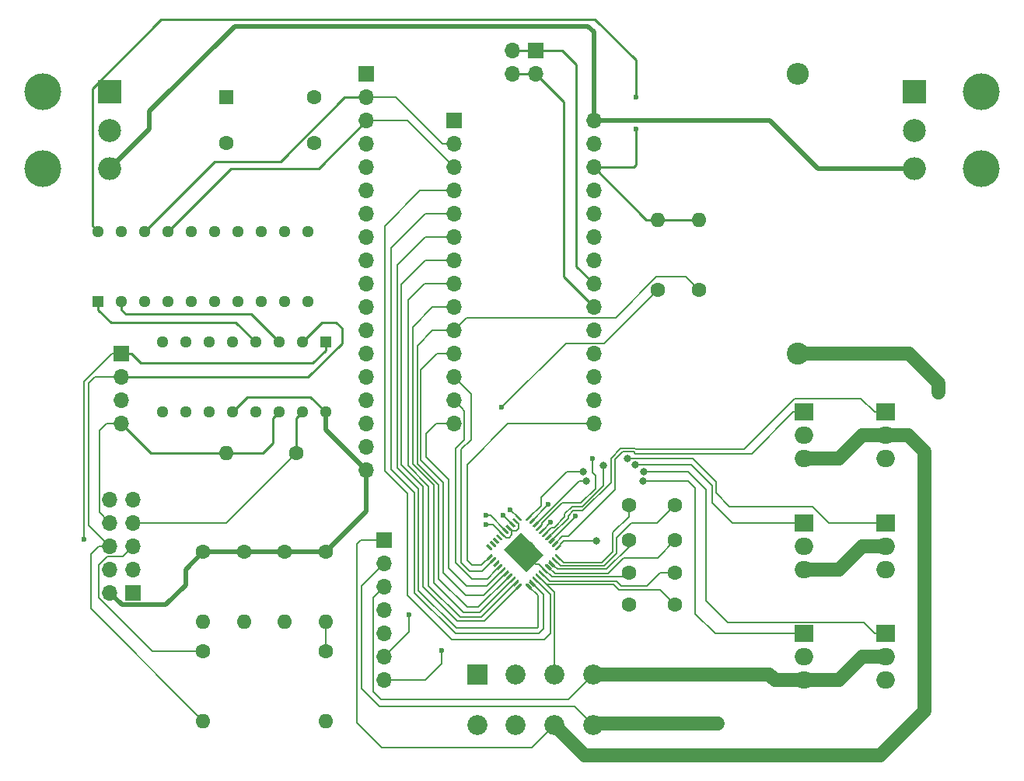
<source format=gbr>
G04 #@! TF.GenerationSoftware,KiCad,Pcbnew,(5.0.0)*
G04 #@! TF.CreationDate,2019-03-07T17:14:16-05:00*
G04 #@! TF.ProjectId,DRV8308_pcb,445256383330385F7063622E6B696361,rev?*
G04 #@! TF.SameCoordinates,Original*
G04 #@! TF.FileFunction,Copper,L1,Top,Signal*
G04 #@! TF.FilePolarity,Positive*
%FSLAX46Y46*%
G04 Gerber Fmt 4.6, Leading zero omitted, Abs format (unit mm)*
G04 Created by KiCad (PCBNEW (5.0.0)) date 03/07/19 17:14:16*
%MOMM*%
%LPD*%
G01*
G04 APERTURE LIST*
G04 #@! TA.AperFunction,WasherPad*
%ADD10C,4.000000*%
G04 #@! TD*
G04 #@! TA.AperFunction,ComponentPad*
%ADD11O,2.500000X2.500000*%
G04 #@! TD*
G04 #@! TA.AperFunction,ComponentPad*
%ADD12C,2.500000*%
G04 #@! TD*
G04 #@! TA.AperFunction,ComponentPad*
%ADD13R,2.500000X2.500000*%
G04 #@! TD*
G04 #@! TA.AperFunction,ComponentPad*
%ADD14O,1.700000X1.700000*%
G04 #@! TD*
G04 #@! TA.AperFunction,ComponentPad*
%ADD15R,1.700000X1.700000*%
G04 #@! TD*
G04 #@! TA.AperFunction,ComponentPad*
%ADD16R,1.600000X1.600000*%
G04 #@! TD*
G04 #@! TA.AperFunction,ComponentPad*
%ADD17C,1.600000*%
G04 #@! TD*
G04 #@! TA.AperFunction,ComponentPad*
%ADD18R,2.175000X2.175000*%
G04 #@! TD*
G04 #@! TA.AperFunction,ComponentPad*
%ADD19C,2.175000*%
G04 #@! TD*
G04 #@! TA.AperFunction,ComponentPad*
%ADD20O,2.000000X1.905000*%
G04 #@! TD*
G04 #@! TA.AperFunction,ComponentPad*
%ADD21R,2.000000X1.905000*%
G04 #@! TD*
G04 #@! TA.AperFunction,ComponentPad*
%ADD22O,1.600000X1.600000*%
G04 #@! TD*
G04 #@! TA.AperFunction,ComponentPad*
%ADD23C,2.400000*%
G04 #@! TD*
G04 #@! TA.AperFunction,ComponentPad*
%ADD24O,2.400000X2.400000*%
G04 #@! TD*
G04 #@! TA.AperFunction,SMDPad,CuDef*
%ADD25C,2.620000*%
G04 #@! TD*
G04 #@! TA.AperFunction,Conductor*
%ADD26C,0.100000*%
G04 #@! TD*
G04 #@! TA.AperFunction,BGAPad,CuDef*
%ADD27C,0.280000*%
G04 #@! TD*
G04 #@! TA.AperFunction,SMDPad,CuDef*
%ADD28C,0.280000*%
G04 #@! TD*
G04 #@! TA.AperFunction,ComponentPad*
%ADD29R,1.295400X1.295400*%
G04 #@! TD*
G04 #@! TA.AperFunction,ComponentPad*
%ADD30C,1.295400*%
G04 #@! TD*
G04 #@! TA.AperFunction,ViaPad*
%ADD31C,0.600000*%
G04 #@! TD*
G04 #@! TA.AperFunction,ViaPad*
%ADD32C,1.400000*%
G04 #@! TD*
G04 #@! TA.AperFunction,ViaPad*
%ADD33C,0.800000*%
G04 #@! TD*
G04 #@! TA.AperFunction,Conductor*
%ADD34C,0.200000*%
G04 #@! TD*
G04 #@! TA.AperFunction,Conductor*
%ADD35C,0.150000*%
G04 #@! TD*
G04 #@! TA.AperFunction,Conductor*
%ADD36C,0.500000*%
G04 #@! TD*
G04 #@! TA.AperFunction,Conductor*
%ADD37C,0.250000*%
G04 #@! TD*
G04 #@! TA.AperFunction,Conductor*
%ADD38C,1.500000*%
G04 #@! TD*
G04 APERTURE END LIST*
D10*
G04 #@! TO.P,J5,*
G04 #@! TO.N,*
X195260000Y-58420000D03*
X195260000Y-66820000D03*
D11*
G04 #@! TO.P,J5,3*
G04 #@! TO.N,/Vin*
X187960000Y-66820000D03*
D12*
G04 #@! TO.P,J5,2*
G04 #@! TO.N,GNDREF*
X187960000Y-62620000D03*
D13*
G04 #@! TO.P,J5,1*
G04 #@! TO.N,/Vm*
X187960000Y-58420000D03*
G04 #@! TD*
D10*
G04 #@! TO.P,J3,*
G04 #@! TO.N,*
X93030000Y-58420000D03*
X93030000Y-66820000D03*
D11*
G04 #@! TO.P,J3,3*
G04 #@! TO.N,/Vin*
X100330000Y-66820000D03*
D12*
G04 #@! TO.P,J3,2*
G04 #@! TO.N,GNDREF*
X100330000Y-62620000D03*
D13*
G04 #@! TO.P,J3,1*
G04 #@! TO.N,/Vm*
X100330000Y-58420000D03*
G04 #@! TD*
D14*
G04 #@! TO.P,J4,15*
G04 #@! TO.N,/SCLK*
X153035000Y-94615000D03*
G04 #@! TO.P,J4,14*
G04 #@! TO.N,/DATAO*
X137795000Y-94615000D03*
G04 #@! TO.P,J4,16*
G04 #@! TO.N,/MCU/A0*
X153035000Y-92075000D03*
G04 #@! TO.P,J4,13*
G04 #@! TO.N,/DATAI*
X137795000Y-92075000D03*
G04 #@! TO.P,J4,17*
G04 #@! TO.N,/MCU/A1*
X153035000Y-89535000D03*
G04 #@! TO.P,J4,12*
G04 #@! TO.N,/SCS*
X137795000Y-89535000D03*
G04 #@! TO.P,J4,18*
G04 #@! TO.N,/MCU/A2*
X153035000Y-86995000D03*
G04 #@! TO.P,J4,11*
G04 #@! TO.N,/FGOUT*
X137795000Y-86995000D03*
G04 #@! TO.P,J4,19*
G04 #@! TO.N,/MCU/A3*
X153035000Y-84455000D03*
G04 #@! TO.P,J4,10*
G04 #@! TO.N,/FAULTn*
X137795000Y-84455000D03*
G04 #@! TO.P,J4,20*
G04 #@! TO.N,/SDA*
X153035000Y-81915000D03*
G04 #@! TO.P,J4,9*
G04 #@! TO.N,/LOCKn*
X137795000Y-81915000D03*
G04 #@! TO.P,J4,21*
G04 #@! TO.N,/SCL*
X153035000Y-79375000D03*
G04 #@! TO.P,J4,8*
G04 #@! TO.N,/CLKIN*
X137795000Y-79375000D03*
G04 #@! TO.P,J4,22*
G04 #@! TO.N,/MCU/A6*
X153035000Y-76835000D03*
G04 #@! TO.P,J4,7*
G04 #@! TO.N,/BRAKE*
X137795000Y-76835000D03*
G04 #@! TO.P,J4,23*
G04 #@! TO.N,/MCU/A7*
X153035000Y-74295000D03*
G04 #@! TO.P,J4,6*
G04 #@! TO.N,/DIR*
X137795000Y-74295000D03*
G04 #@! TO.P,J4,24*
G04 #@! TO.N,/MCU/A8*
X153035000Y-71755000D03*
G04 #@! TO.P,J4,5*
G04 #@! TO.N,/ENABLE*
X137795000Y-71755000D03*
G04 #@! TO.P,J4,25*
G04 #@! TO.N,/MCU/A9*
X153035000Y-69215000D03*
G04 #@! TO.P,J4,4*
G04 #@! TO.N,/RESET*
X137795000Y-69215000D03*
G04 #@! TO.P,J4,26*
G04 #@! TO.N,/3.3V*
X153035000Y-66675000D03*
G04 #@! TO.P,J4,3*
G04 #@! TO.N,/B*
X137795000Y-66675000D03*
G04 #@! TO.P,J4,27*
G04 #@! TO.N,GNDREF*
X153035000Y-64135000D03*
G04 #@! TO.P,J4,2*
G04 #@! TO.N,/A*
X137795000Y-64135000D03*
G04 #@! TO.P,J4,28*
G04 #@! TO.N,/Vin*
X153035000Y-61595000D03*
D15*
G04 #@! TO.P,J4,1*
G04 #@! TO.N,GNDREF*
X137795000Y-61595000D03*
G04 #@! TD*
D16*
G04 #@! TO.P,C2,1*
G04 #@! TO.N,/Vm*
X113030000Y-59055000D03*
D17*
G04 #@! TO.P,C2,2*
G04 #@! TO.N,GNDREF*
X113030000Y-64055000D03*
G04 #@! TD*
D18*
G04 #@! TO.P,J1,1*
G04 #@! TO.N,/Hall_1*
X140335000Y-121920000D03*
D19*
G04 #@! TO.P,J1,2*
G04 #@! TO.N,/Hall_2*
X144535000Y-121920000D03*
G04 #@! TO.P,J1,3*
G04 #@! TO.N,/Vreg*
X148735000Y-121920000D03*
G04 #@! TO.P,J1,4*
G04 #@! TO.N,Motor_3*
X152935000Y-121920000D03*
G04 #@! TO.P,J1,5*
G04 #@! TO.N,/Hall_3*
X140335000Y-127420000D03*
G04 #@! TO.P,J1,6*
G04 #@! TO.N,GNDREF*
X144535000Y-127420000D03*
G04 #@! TO.P,J1,7*
G04 #@! TO.N,Motor_1*
X148735000Y-127420000D03*
G04 #@! TO.P,J1,8*
G04 #@! TO.N,Motor_2*
X152935000Y-127420000D03*
G04 #@! TD*
D15*
G04 #@! TO.P,J2,1*
G04 #@! TO.N,Net-(J2-Pad1)*
X102870000Y-113030000D03*
D14*
G04 #@! TO.P,J2,2*
G04 #@! TO.N,/Vreg*
X100330000Y-113030000D03*
G04 #@! TO.P,J2,3*
G04 #@! TO.N,GNDREF*
X102870000Y-110490000D03*
G04 #@! TO.P,J2,4*
G04 #@! TO.N,Net-(J2-Pad4)*
X100330000Y-110490000D03*
G04 #@! TO.P,J2,5*
G04 #@! TO.N,/ENC_!A*
X102870000Y-107950000D03*
G04 #@! TO.P,J2,6*
G04 #@! TO.N,/ENC_A*
X100330000Y-107950000D03*
G04 #@! TO.P,J2,7*
G04 #@! TO.N,/ENC_!B*
X102870000Y-105410000D03*
G04 #@! TO.P,J2,8*
G04 #@! TO.N,/ENC_B*
X100330000Y-105410000D03*
G04 #@! TO.P,J2,9*
G04 #@! TO.N,Net-(J2-Pad9)*
X102870000Y-102870000D03*
G04 #@! TO.P,J2,10*
G04 #@! TO.N,Net-(J2-Pad10)*
X100330000Y-102870000D03*
G04 #@! TD*
D15*
G04 #@! TO.P,J7,1*
G04 #@! TO.N,GNDREF*
X128270000Y-56515000D03*
D14*
G04 #@! TO.P,J7,2*
G04 #@! TO.N,/A*
X128270000Y-59055000D03*
G04 #@! TO.P,J7,3*
G04 #@! TO.N,/B*
X128270000Y-61595000D03*
G04 #@! TO.P,J7,4*
G04 #@! TO.N,/RESET*
X128270000Y-64135000D03*
G04 #@! TO.P,J7,5*
G04 #@! TO.N,/ENABLE*
X128270000Y-66675000D03*
G04 #@! TO.P,J7,6*
G04 #@! TO.N,/DIR*
X128270000Y-69215000D03*
G04 #@! TO.P,J7,7*
G04 #@! TO.N,/BRAKE*
X128270000Y-71755000D03*
G04 #@! TO.P,J7,8*
G04 #@! TO.N,/CLKIN*
X128270000Y-74295000D03*
G04 #@! TO.P,J7,9*
G04 #@! TO.N,/LOCKn*
X128270000Y-76835000D03*
G04 #@! TO.P,J7,10*
G04 #@! TO.N,/FAULTn*
X128270000Y-79375000D03*
G04 #@! TO.P,J7,11*
G04 #@! TO.N,/FGOUT*
X128270000Y-81915000D03*
G04 #@! TO.P,J7,12*
G04 #@! TO.N,/SCS*
X128270000Y-84455000D03*
G04 #@! TO.P,J7,13*
G04 #@! TO.N,/DATAI*
X128270000Y-86995000D03*
G04 #@! TO.P,J7,14*
G04 #@! TO.N,/DATAO*
X128270000Y-89535000D03*
G04 #@! TO.P,J7,15*
G04 #@! TO.N,/SCLK*
X128270000Y-92075000D03*
G04 #@! TO.P,J7,16*
G04 #@! TO.N,/SDA*
X128270000Y-94615000D03*
G04 #@! TO.P,J7,17*
G04 #@! TO.N,/SCL*
X128270000Y-97155000D03*
G04 #@! TO.P,J7,18*
G04 #@! TO.N,/Vreg*
X128270000Y-99695000D03*
G04 #@! TD*
D15*
G04 #@! TO.P,J8,1*
G04 #@! TO.N,/ENC_!A*
X101600000Y-86995000D03*
D14*
G04 #@! TO.P,J8,2*
G04 #@! TO.N,/ENC_A*
X101600000Y-89535000D03*
G04 #@! TO.P,J8,3*
G04 #@! TO.N,/ENC_!B*
X101600000Y-92075000D03*
G04 #@! TO.P,J8,4*
G04 #@! TO.N,/ENC_B*
X101600000Y-94615000D03*
G04 #@! TD*
D20*
G04 #@! TO.P,Q1,3*
G04 #@! TO.N,Motor_1*
X175895000Y-98425000D03*
G04 #@! TO.P,Q1,2*
G04 #@! TO.N,/Vm*
X175895000Y-95885000D03*
D21*
G04 #@! TO.P,Q1,1*
G04 #@! TO.N,/Power/UHSG*
X175895000Y-93345000D03*
G04 #@! TD*
G04 #@! TO.P,Q2,1*
G04 #@! TO.N,/Power/ULSG*
X184785000Y-93345000D03*
D20*
G04 #@! TO.P,Q2,2*
G04 #@! TO.N,Motor_1*
X184785000Y-95885000D03*
G04 #@! TO.P,Q2,3*
G04 #@! TO.N,/Power/ISEN*
X184785000Y-98425000D03*
G04 #@! TD*
G04 #@! TO.P,Q3,3*
G04 #@! TO.N,Motor_2*
X175895000Y-110490000D03*
G04 #@! TO.P,Q3,2*
G04 #@! TO.N,/Vm*
X175895000Y-107950000D03*
D21*
G04 #@! TO.P,Q3,1*
G04 #@! TO.N,/Power/VHSG*
X175895000Y-105410000D03*
G04 #@! TD*
G04 #@! TO.P,Q4,1*
G04 #@! TO.N,/Power/VLSG*
X184785000Y-105410000D03*
D20*
G04 #@! TO.P,Q4,2*
G04 #@! TO.N,Motor_2*
X184785000Y-107950000D03*
G04 #@! TO.P,Q4,3*
G04 #@! TO.N,/Power/ISEN*
X184785000Y-110490000D03*
G04 #@! TD*
G04 #@! TO.P,Q5,3*
G04 #@! TO.N,Motor_3*
X175895000Y-122555000D03*
G04 #@! TO.P,Q5,2*
G04 #@! TO.N,/Vm*
X175895000Y-120015000D03*
D21*
G04 #@! TO.P,Q5,1*
G04 #@! TO.N,/Power/WHSG*
X175895000Y-117475000D03*
G04 #@! TD*
G04 #@! TO.P,Q6,1*
G04 #@! TO.N,/Power/WLSG*
X184785000Y-117475000D03*
D20*
G04 #@! TO.P,Q6,2*
G04 #@! TO.N,Motor_3*
X184785000Y-120015000D03*
G04 #@! TO.P,Q6,3*
G04 #@! TO.N,/Power/ISEN*
X184785000Y-122555000D03*
G04 #@! TD*
D22*
G04 #@! TO.P,R1,2*
G04 #@! TO.N,/Hall_1*
X110490000Y-116205000D03*
D17*
G04 #@! TO.P,R1,1*
G04 #@! TO.N,/Vreg*
X110490000Y-108585000D03*
G04 #@! TD*
G04 #@! TO.P,R2,1*
G04 #@! TO.N,/Vreg*
X114935000Y-108585000D03*
D22*
G04 #@! TO.P,R2,2*
G04 #@! TO.N,/Hall_2*
X114935000Y-116205000D03*
G04 #@! TD*
G04 #@! TO.P,R3,2*
G04 #@! TO.N,/Hall_3*
X119380000Y-116205000D03*
D17*
G04 #@! TO.P,R3,1*
G04 #@! TO.N,/Vreg*
X119380000Y-108585000D03*
G04 #@! TD*
G04 #@! TO.P,R4,1*
G04 #@! TO.N,/Vreg*
X123825000Y-108585000D03*
D22*
G04 #@! TO.P,R4,2*
G04 #@! TO.N,/UHN*
X123825000Y-116205000D03*
G04 #@! TD*
G04 #@! TO.P,R5,2*
G04 #@! TO.N,GNDREF*
X123825000Y-127000000D03*
D17*
G04 #@! TO.P,R5,1*
G04 #@! TO.N,/UHN*
X123825000Y-119380000D03*
G04 #@! TD*
D23*
G04 #@! TO.P,R6,1*
G04 #@! TO.N,/Power/ISEN*
X175260000Y-86995000D03*
D24*
G04 #@! TO.P,R6,2*
G04 #@! TO.N,GNDREF*
X175260000Y-56515000D03*
G04 #@! TD*
D17*
G04 #@! TO.P,R7,1*
G04 #@! TO.N,/ENC_!A*
X110490000Y-119350000D03*
D22*
G04 #@! TO.P,R7,2*
G04 #@! TO.N,/ENC_A*
X110490000Y-126970000D03*
G04 #@! TD*
G04 #@! TO.P,R8,2*
G04 #@! TO.N,/ENC_B*
X113030000Y-97790000D03*
D17*
G04 #@! TO.P,R8,1*
G04 #@! TO.N,/ENC_!B*
X120650000Y-97790000D03*
G04 #@! TD*
D25*
G04 #@! TO.P,U1,41*
G04 #@! TO.N,GNDREF*
X145415000Y-108585000D03*
D26*
G04 #@! TD*
G04 #@! TO.N,GNDREF*
G04 #@! TO.C,U1*
G36*
X143244182Y-108266802D02*
X145096802Y-106414182D01*
X147585818Y-108903198D01*
X145733198Y-110755818D01*
X143244182Y-108266802D01*
X143244182Y-108266802D01*
G37*
D27*
G04 #@! TO.P,U1,40*
G04 #@! TO.N,/Power/WLSG*
X145726127Y-105091893D03*
D28*
X145977150Y-104840870D03*
D26*
G04 #@! TD*
G04 #@! TO.N,/Power/WLSG*
G04 #@! TO.C,U1*
G36*
X145627132Y-104992898D02*
X146129178Y-104490852D01*
X146327168Y-104688842D01*
X145825122Y-105190888D01*
X145627132Y-104992898D01*
X145627132Y-104992898D01*
G37*
D27*
G04 #@! TO.P,U1,39*
G04 #@! TO.N,Motor_3*
X146079680Y-105445446D03*
D28*
X146330703Y-105194423D03*
D26*
G04 #@! TD*
G04 #@! TO.N,Motor_3*
G04 #@! TO.C,U1*
G36*
X145980685Y-105346451D02*
X146482731Y-104844405D01*
X146680721Y-105042395D01*
X146178675Y-105544441D01*
X145980685Y-105346451D01*
X145980685Y-105346451D01*
G37*
D27*
G04 #@! TO.P,U1,38*
G04 #@! TO.N,/Power/WHSG*
X146433234Y-105798999D03*
D28*
X146684257Y-105547976D03*
D26*
G04 #@! TD*
G04 #@! TO.N,/Power/WHSG*
G04 #@! TO.C,U1*
G36*
X146334239Y-105700004D02*
X146836285Y-105197958D01*
X147034275Y-105395948D01*
X146532229Y-105897994D01*
X146334239Y-105700004D01*
X146334239Y-105700004D01*
G37*
D27*
G04 #@! TO.P,U1,37*
G04 #@! TO.N,/Power/VLSG*
X146786787Y-106152553D03*
D28*
X147037810Y-105901530D03*
D26*
G04 #@! TD*
G04 #@! TO.N,/Power/VLSG*
G04 #@! TO.C,U1*
G36*
X146687792Y-106053558D02*
X147189838Y-105551512D01*
X147387828Y-105749502D01*
X146885782Y-106251548D01*
X146687792Y-106053558D01*
X146687792Y-106053558D01*
G37*
D27*
G04 #@! TO.P,U1,36*
G04 #@! TO.N,Motor_2*
X147140341Y-106506106D03*
D28*
X147391363Y-106255083D03*
D26*
G04 #@! TD*
G04 #@! TO.N,Motor_2*
G04 #@! TO.C,U1*
G36*
X147041345Y-106407111D02*
X147543391Y-105905065D01*
X147741381Y-106103055D01*
X147239335Y-106605101D01*
X147041345Y-106407111D01*
X147041345Y-106407111D01*
G37*
D27*
G04 #@! TO.P,U1,35*
G04 #@! TO.N,/Power/VHSG*
X147493894Y-106859659D03*
D28*
X147744917Y-106608637D03*
D26*
G04 #@! TD*
G04 #@! TO.N,/Power/VHSG*
G04 #@! TO.C,U1*
G36*
X147394899Y-106760665D02*
X147896945Y-106258619D01*
X148094935Y-106456609D01*
X147592889Y-106958655D01*
X147394899Y-106760665D01*
X147394899Y-106760665D01*
G37*
D27*
G04 #@! TO.P,U1,34*
G04 #@! TO.N,/Power/ULSG*
X147847447Y-107213213D03*
D28*
X148098470Y-106962190D03*
D26*
G04 #@! TD*
G04 #@! TO.N,/Power/ULSG*
G04 #@! TO.C,U1*
G36*
X147748452Y-107114218D02*
X148250498Y-106612172D01*
X148448488Y-106810162D01*
X147946442Y-107312208D01*
X147748452Y-107114218D01*
X147748452Y-107114218D01*
G37*
D27*
G04 #@! TO.P,U1,33*
G04 #@! TO.N,Motor_1*
X148201001Y-107566766D03*
D28*
X148452024Y-107315743D03*
D26*
G04 #@! TD*
G04 #@! TO.N,Motor_1*
G04 #@! TO.C,U1*
G36*
X148102006Y-107467771D02*
X148604052Y-106965725D01*
X148802042Y-107163715D01*
X148299996Y-107665761D01*
X148102006Y-107467771D01*
X148102006Y-107467771D01*
G37*
D27*
G04 #@! TO.P,U1,32*
G04 #@! TO.N,/Power/UHSG*
X148554554Y-107920320D03*
D28*
X148805577Y-107669297D03*
D26*
G04 #@! TD*
G04 #@! TO.N,/Power/UHSG*
G04 #@! TO.C,U1*
G36*
X148455559Y-107821325D02*
X148957605Y-107319279D01*
X149155595Y-107517269D01*
X148653549Y-108019315D01*
X148455559Y-107821325D01*
X148455559Y-107821325D01*
G37*
D27*
G04 #@! TO.P,U1,31*
G04 #@! TO.N,/Power/ISEN*
X148908107Y-108273873D03*
D28*
X149159130Y-108022850D03*
D26*
G04 #@! TD*
G04 #@! TO.N,/Power/ISEN*
G04 #@! TO.C,U1*
G36*
X148809112Y-108174878D02*
X149311158Y-107672832D01*
X149509148Y-107870822D01*
X149007102Y-108372868D01*
X148809112Y-108174878D01*
X148809112Y-108174878D01*
G37*
D27*
G04 #@! TO.P,U1,30*
G04 #@! TO.N,Net-(C3-Pad1)*
X148908107Y-108896127D03*
D28*
X149159130Y-109147150D03*
D26*
G04 #@! TD*
G04 #@! TO.N,Net-(C3-Pad1)*
G04 #@! TO.C,U1*
G36*
X148809112Y-108995122D02*
X149007102Y-108797132D01*
X149509148Y-109299178D01*
X149311158Y-109497168D01*
X148809112Y-108995122D01*
X148809112Y-108995122D01*
G37*
D27*
G04 #@! TO.P,U1,29*
G04 #@! TO.N,Net-(C3-Pad2)*
X148554554Y-109249680D03*
D28*
X148805577Y-109500703D03*
D26*
G04 #@! TD*
G04 #@! TO.N,Net-(C3-Pad2)*
G04 #@! TO.C,U1*
G36*
X148455559Y-109348675D02*
X148653549Y-109150685D01*
X149155595Y-109652731D01*
X148957605Y-109850721D01*
X148455559Y-109348675D01*
X148455559Y-109348675D01*
G37*
D27*
G04 #@! TO.P,U1,28*
G04 #@! TO.N,Net-(C5-Pad2)*
X148201001Y-109603234D03*
D28*
X148452024Y-109854257D03*
D26*
G04 #@! TD*
G04 #@! TO.N,Net-(C5-Pad2)*
G04 #@! TO.C,U1*
G36*
X148102006Y-109702229D02*
X148299996Y-109504239D01*
X148802042Y-110006285D01*
X148604052Y-110204275D01*
X148102006Y-109702229D01*
X148102006Y-109702229D01*
G37*
D27*
G04 #@! TO.P,U1,27*
G04 #@! TO.N,/Vm*
X147847447Y-109956787D03*
D28*
X148098470Y-110207810D03*
D26*
G04 #@! TD*
G04 #@! TO.N,/Vm*
G04 #@! TO.C,U1*
G36*
X147748452Y-110055782D02*
X147946442Y-109857792D01*
X148448488Y-110359838D01*
X148250498Y-110557828D01*
X147748452Y-110055782D01*
X147748452Y-110055782D01*
G37*
D27*
G04 #@! TO.P,U1,26*
G04 #@! TO.N,GNDREF*
X147493894Y-110310341D03*
D28*
X147744917Y-110561363D03*
D26*
G04 #@! TD*
G04 #@! TO.N,GNDREF*
G04 #@! TO.C,U1*
G36*
X147394899Y-110409335D02*
X147592889Y-110211345D01*
X148094935Y-110713391D01*
X147896945Y-110911381D01*
X147394899Y-110409335D01*
X147394899Y-110409335D01*
G37*
D27*
G04 #@! TO.P,U1,25*
G04 #@! TO.N,Net-(C4-Pad2)*
X147140341Y-110663894D03*
D28*
X147391363Y-110914917D03*
D26*
G04 #@! TD*
G04 #@! TO.N,Net-(C4-Pad2)*
G04 #@! TO.C,U1*
G36*
X147041345Y-110762889D02*
X147239335Y-110564899D01*
X147741381Y-111066945D01*
X147543391Y-111264935D01*
X147041345Y-110762889D01*
X147041345Y-110762889D01*
G37*
D27*
G04 #@! TO.P,U1,24*
G04 #@! TO.N,/Vreg*
X146786787Y-111017447D03*
D28*
X147037810Y-111268470D03*
D26*
G04 #@! TD*
G04 #@! TO.N,/Vreg*
G04 #@! TO.C,U1*
G36*
X146687792Y-111116442D02*
X146885782Y-110918452D01*
X147387828Y-111420498D01*
X147189838Y-111618488D01*
X146687792Y-111116442D01*
X146687792Y-111116442D01*
G37*
D27*
G04 #@! TO.P,U1,23*
G04 #@! TO.N,/RESET*
X146433234Y-111371001D03*
D28*
X146684257Y-111622024D03*
D26*
G04 #@! TD*
G04 #@! TO.N,/RESET*
G04 #@! TO.C,U1*
G36*
X146334239Y-111469996D02*
X146532229Y-111272006D01*
X147034275Y-111774052D01*
X146836285Y-111972042D01*
X146334239Y-111469996D01*
X146334239Y-111469996D01*
G37*
D27*
G04 #@! TO.P,U1,22*
G04 #@! TO.N,/ENABLE*
X146079680Y-111724554D03*
D28*
X146330703Y-111975577D03*
D26*
G04 #@! TD*
G04 #@! TO.N,/ENABLE*
G04 #@! TO.C,U1*
G36*
X145980685Y-111823549D02*
X146178675Y-111625559D01*
X146680721Y-112127605D01*
X146482731Y-112325595D01*
X145980685Y-111823549D01*
X145980685Y-111823549D01*
G37*
D27*
G04 #@! TO.P,U1,21*
G04 #@! TO.N,/DIR*
X145726127Y-112078107D03*
D28*
X145977150Y-112329130D03*
D26*
G04 #@! TD*
G04 #@! TO.N,/DIR*
G04 #@! TO.C,U1*
G36*
X145627132Y-112177102D02*
X145825122Y-111979112D01*
X146327168Y-112481158D01*
X146129178Y-112679148D01*
X145627132Y-112177102D01*
X145627132Y-112177102D01*
G37*
D27*
G04 #@! TO.P,U1,20*
G04 #@! TO.N,/BRAKE*
X145103873Y-112078107D03*
D28*
X144852850Y-112329130D03*
D26*
G04 #@! TD*
G04 #@! TO.N,/BRAKE*
G04 #@! TO.C,U1*
G36*
X144502832Y-112481158D02*
X145004878Y-111979112D01*
X145202868Y-112177102D01*
X144700822Y-112679148D01*
X144502832Y-112481158D01*
X144502832Y-112481158D01*
G37*
D27*
G04 #@! TO.P,U1,19*
G04 #@! TO.N,/CLKIN*
X144750320Y-111724554D03*
D28*
X144499297Y-111975577D03*
D26*
G04 #@! TD*
G04 #@! TO.N,/CLKIN*
G04 #@! TO.C,U1*
G36*
X144149279Y-112127605D02*
X144651325Y-111625559D01*
X144849315Y-111823549D01*
X144347269Y-112325595D01*
X144149279Y-112127605D01*
X144149279Y-112127605D01*
G37*
D27*
G04 #@! TO.P,U1,18*
G04 #@! TO.N,/LOCKn*
X144396766Y-111371001D03*
D28*
X144145743Y-111622024D03*
D26*
G04 #@! TD*
G04 #@! TO.N,/LOCKn*
G04 #@! TO.C,U1*
G36*
X143795725Y-111774052D02*
X144297771Y-111272006D01*
X144495761Y-111469996D01*
X143993715Y-111972042D01*
X143795725Y-111774052D01*
X143795725Y-111774052D01*
G37*
D27*
G04 #@! TO.P,U1,17*
G04 #@! TO.N,/FAULTn*
X144043213Y-111017447D03*
D28*
X143792190Y-111268470D03*
D26*
G04 #@! TD*
G04 #@! TO.N,/FAULTn*
G04 #@! TO.C,U1*
G36*
X143442172Y-111420498D02*
X143944218Y-110918452D01*
X144142208Y-111116442D01*
X143640162Y-111618488D01*
X143442172Y-111420498D01*
X143442172Y-111420498D01*
G37*
D27*
G04 #@! TO.P,U1,16*
G04 #@! TO.N,/FGOUT*
X143689659Y-110663894D03*
D28*
X143438637Y-110914917D03*
D26*
G04 #@! TD*
G04 #@! TO.N,/FGOUT*
G04 #@! TO.C,U1*
G36*
X143088619Y-111066945D02*
X143590665Y-110564899D01*
X143788655Y-110762889D01*
X143286609Y-111264935D01*
X143088619Y-111066945D01*
X143088619Y-111066945D01*
G37*
D27*
G04 #@! TO.P,U1,15*
G04 #@! TO.N,/DATAO*
X143336106Y-110310341D03*
D28*
X143085083Y-110561363D03*
D26*
G04 #@! TD*
G04 #@! TO.N,/DATAO*
G04 #@! TO.C,U1*
G36*
X142735065Y-110713391D02*
X143237111Y-110211345D01*
X143435101Y-110409335D01*
X142933055Y-110911381D01*
X142735065Y-110713391D01*
X142735065Y-110713391D01*
G37*
D27*
G04 #@! TO.P,U1,14*
G04 #@! TO.N,/DATAI*
X142982553Y-109956787D03*
D28*
X142731530Y-110207810D03*
D26*
G04 #@! TD*
G04 #@! TO.N,/DATAI*
G04 #@! TO.C,U1*
G36*
X142381512Y-110359838D02*
X142883558Y-109857792D01*
X143081548Y-110055782D01*
X142579502Y-110557828D01*
X142381512Y-110359838D01*
X142381512Y-110359838D01*
G37*
D27*
G04 #@! TO.P,U1,13*
G04 #@! TO.N,Net-(U1-Pad13)*
X142628999Y-109603234D03*
D28*
X142377976Y-109854257D03*
D26*
G04 #@! TD*
G04 #@! TO.N,Net-(U1-Pad13)*
G04 #@! TO.C,U1*
G36*
X142027958Y-110006285D02*
X142530004Y-109504239D01*
X142727994Y-109702229D01*
X142225948Y-110204275D01*
X142027958Y-110006285D01*
X142027958Y-110006285D01*
G37*
D27*
G04 #@! TO.P,U1,12*
G04 #@! TO.N,/SCS*
X142275446Y-109249680D03*
D28*
X142024423Y-109500703D03*
D26*
G04 #@! TD*
G04 #@! TO.N,/SCS*
G04 #@! TO.C,U1*
G36*
X141674405Y-109652731D02*
X142176451Y-109150685D01*
X142374441Y-109348675D01*
X141872395Y-109850721D01*
X141674405Y-109652731D01*
X141674405Y-109652731D01*
G37*
D27*
G04 #@! TO.P,U1,11*
G04 #@! TO.N,/SCLK*
X141921893Y-108896127D03*
D28*
X141670870Y-109147150D03*
D26*
G04 #@! TD*
G04 #@! TO.N,/SCLK*
G04 #@! TO.C,U1*
G36*
X141320852Y-109299178D02*
X141822898Y-108797132D01*
X142020888Y-108995122D01*
X141518842Y-109497168D01*
X141320852Y-109299178D01*
X141320852Y-109299178D01*
G37*
D27*
G04 #@! TO.P,U1,10*
G04 #@! TO.N,Net-(U1-Pad10)*
X141921893Y-108273873D03*
D28*
X141670870Y-108022850D03*
D26*
G04 #@! TD*
G04 #@! TO.N,Net-(U1-Pad10)*
G04 #@! TO.C,U1*
G36*
X141320852Y-107870822D02*
X141518842Y-107672832D01*
X142020888Y-108174878D01*
X141822898Y-108372868D01*
X141320852Y-107870822D01*
X141320852Y-107870822D01*
G37*
D27*
G04 #@! TO.P,U1,9*
G04 #@! TO.N,Net-(U1-Pad9)*
X142275446Y-107920320D03*
D28*
X142024423Y-107669297D03*
D26*
G04 #@! TD*
G04 #@! TO.N,Net-(U1-Pad9)*
G04 #@! TO.C,U1*
G36*
X141674405Y-107517269D02*
X141872395Y-107319279D01*
X142374441Y-107821325D01*
X142176451Y-108019315D01*
X141674405Y-107517269D01*
X141674405Y-107517269D01*
G37*
D27*
G04 #@! TO.P,U1,8*
G04 #@! TO.N,Net-(U1-Pad8)*
X142628999Y-107566766D03*
D28*
X142377976Y-107315743D03*
D26*
G04 #@! TD*
G04 #@! TO.N,Net-(U1-Pad8)*
G04 #@! TO.C,U1*
G36*
X142027958Y-107163715D02*
X142225948Y-106965725D01*
X142727994Y-107467771D01*
X142530004Y-107665761D01*
X142027958Y-107163715D01*
X142027958Y-107163715D01*
G37*
D27*
G04 #@! TO.P,U1,7*
G04 #@! TO.N,Net-(U1-Pad7)*
X142982553Y-107213213D03*
D28*
X142731530Y-106962190D03*
D26*
G04 #@! TD*
G04 #@! TO.N,Net-(U1-Pad7)*
G04 #@! TO.C,U1*
G36*
X142381512Y-106810162D02*
X142579502Y-106612172D01*
X143081548Y-107114218D01*
X142883558Y-107312208D01*
X142381512Y-106810162D01*
X142381512Y-106810162D01*
G37*
D27*
G04 #@! TO.P,U1,6*
G04 #@! TO.N,/UHN*
X143336106Y-106859659D03*
D28*
X143085083Y-106608637D03*
D26*
G04 #@! TD*
G04 #@! TO.N,/UHN*
G04 #@! TO.C,U1*
G36*
X142735065Y-106456609D02*
X142933055Y-106258619D01*
X143435101Y-106760665D01*
X143237111Y-106958655D01*
X142735065Y-106456609D01*
X142735065Y-106456609D01*
G37*
D27*
G04 #@! TO.P,U1,5*
G04 #@! TO.N,/Hall_3*
X143689659Y-106506106D03*
D28*
X143438637Y-106255083D03*
D26*
G04 #@! TD*
G04 #@! TO.N,/Hall_3*
G04 #@! TO.C,U1*
G36*
X143088619Y-106103055D02*
X143286609Y-105905065D01*
X143788655Y-106407111D01*
X143590665Y-106605101D01*
X143088619Y-106103055D01*
X143088619Y-106103055D01*
G37*
D27*
G04 #@! TO.P,U1,4*
G04 #@! TO.N,/UHN*
X144043213Y-106152553D03*
D28*
X143792190Y-105901530D03*
D26*
G04 #@! TD*
G04 #@! TO.N,/UHN*
G04 #@! TO.C,U1*
G36*
X143442172Y-105749502D02*
X143640162Y-105551512D01*
X144142208Y-106053558D01*
X143944218Y-106251548D01*
X143442172Y-105749502D01*
X143442172Y-105749502D01*
G37*
D27*
G04 #@! TO.P,U1,3*
G04 #@! TO.N,/Hall_2*
X144396766Y-105798999D03*
D28*
X144145743Y-105547976D03*
D26*
G04 #@! TD*
G04 #@! TO.N,/Hall_2*
G04 #@! TO.C,U1*
G36*
X143795725Y-105395948D02*
X143993715Y-105197958D01*
X144495761Y-105700004D01*
X144297771Y-105897994D01*
X143795725Y-105395948D01*
X143795725Y-105395948D01*
G37*
D27*
G04 #@! TO.P,U1,2*
G04 #@! TO.N,/UHN*
X144750320Y-105445446D03*
D28*
X144499297Y-105194423D03*
D26*
G04 #@! TD*
G04 #@! TO.N,/UHN*
G04 #@! TO.C,U1*
G36*
X144149279Y-105042395D02*
X144347269Y-104844405D01*
X144849315Y-105346451D01*
X144651325Y-105544441D01*
X144149279Y-105042395D01*
X144149279Y-105042395D01*
G37*
D27*
G04 #@! TO.P,U1,1*
G04 #@! TO.N,/Hall_1*
X145103873Y-105091893D03*
D28*
X144852850Y-104840870D03*
D26*
G04 #@! TD*
G04 #@! TO.N,/Hall_1*
G04 #@! TO.C,U1*
G36*
X144502832Y-104688842D02*
X144700822Y-104490852D01*
X145202868Y-104992898D01*
X145004878Y-105190888D01*
X144502832Y-104688842D01*
X144502832Y-104688842D01*
G37*
D29*
G04 #@! TO.P,U2,1*
G04 #@! TO.N,/Vreg*
X99060000Y-81280000D03*
D30*
G04 #@! TO.P,U2,2*
G04 #@! TO.N,Net-(U2-Pad2)*
X101600000Y-81280000D03*
G04 #@! TO.P,U2,3*
G04 #@! TO.N,Net-(U2-Pad3)*
X104140000Y-81280000D03*
G04 #@! TO.P,U2,4*
G04 #@! TO.N,Net-(U2-Pad4)*
X106680000Y-81280000D03*
G04 #@! TO.P,U2,5*
G04 #@! TO.N,Net-(U2-Pad5)*
X109220000Y-81280000D03*
G04 #@! TO.P,U2,6*
G04 #@! TO.N,Net-(U2-Pad6)*
X111760000Y-81280000D03*
G04 #@! TO.P,U2,7*
G04 #@! TO.N,Net-(U2-Pad7)*
X114300000Y-81280000D03*
G04 #@! TO.P,U2,8*
G04 #@! TO.N,Net-(U2-Pad8)*
X116840000Y-81280000D03*
G04 #@! TO.P,U2,9*
G04 #@! TO.N,Net-(U2-Pad9)*
X119380000Y-81280000D03*
G04 #@! TO.P,U2,10*
G04 #@! TO.N,Net-(U2-Pad10)*
X121920000Y-81280000D03*
G04 #@! TO.P,U2,11*
G04 #@! TO.N,Net-(U2-Pad11)*
X121920000Y-73660000D03*
G04 #@! TO.P,U2,12*
G04 #@! TO.N,Net-(U2-Pad12)*
X119380000Y-73660000D03*
G04 #@! TO.P,U2,13*
G04 #@! TO.N,Net-(U2-Pad13)*
X116840000Y-73660000D03*
G04 #@! TO.P,U2,14*
G04 #@! TO.N,Net-(U2-Pad14)*
X114300000Y-73660000D03*
G04 #@! TO.P,U2,15*
G04 #@! TO.N,Net-(U2-Pad15)*
X111760000Y-73660000D03*
G04 #@! TO.P,U2,16*
G04 #@! TO.N,Net-(U2-Pad16)*
X109220000Y-73660000D03*
G04 #@! TO.P,U2,17*
G04 #@! TO.N,/B*
X106680000Y-73660000D03*
G04 #@! TO.P,U2,18*
G04 #@! TO.N,/A*
X104140000Y-73660000D03*
G04 #@! TO.P,U2,19*
G04 #@! TO.N,GNDREF*
X101600000Y-73660000D03*
G04 #@! TO.P,U2,20*
G04 #@! TO.N,/3.3V*
X99060000Y-73660000D03*
G04 #@! TD*
D29*
G04 #@! TO.P,U3,1*
G04 #@! TO.N,/ENC_!A*
X123825000Y-85725000D03*
D30*
G04 #@! TO.P,U3,2*
G04 #@! TO.N,/ENC_A*
X121285000Y-85725000D03*
G04 #@! TO.P,U3,3*
G04 #@! TO.N,Net-(U2-Pad2)*
X118745000Y-85725000D03*
G04 #@! TO.P,U3,4*
G04 #@! TO.N,/Vreg*
X116205000Y-85725000D03*
G04 #@! TO.P,U3,5*
G04 #@! TO.N,Net-(U3-Pad5)*
X113665000Y-85725000D03*
G04 #@! TO.P,U3,6*
G04 #@! TO.N,Net-(U3-Pad6)*
X111125000Y-85725000D03*
G04 #@! TO.P,U3,7*
G04 #@! TO.N,Net-(U3-Pad7)*
X108585000Y-85725000D03*
G04 #@! TO.P,U3,8*
G04 #@! TO.N,GNDREF*
X106045000Y-85725000D03*
G04 #@! TO.P,U3,9*
G04 #@! TO.N,Net-(U3-Pad9)*
X106045000Y-93345000D03*
G04 #@! TO.P,U3,10*
G04 #@! TO.N,Net-(U3-Pad10)*
X108585000Y-93345000D03*
G04 #@! TO.P,U3,11*
G04 #@! TO.N,Net-(U3-Pad11)*
X111125000Y-93345000D03*
G04 #@! TO.P,U3,12*
G04 #@! TO.N,/Vreg*
X113665000Y-93345000D03*
G04 #@! TO.P,U3,13*
G04 #@! TO.N,Net-(U2-Pad3)*
X116205000Y-93345000D03*
G04 #@! TO.P,U3,14*
G04 #@! TO.N,/ENC_B*
X118745000Y-93345000D03*
G04 #@! TO.P,U3,15*
G04 #@! TO.N,/ENC_!B*
X121285000Y-93345000D03*
G04 #@! TO.P,U3,16*
G04 #@! TO.N,/Vreg*
X123825000Y-93345000D03*
G04 #@! TD*
D15*
G04 #@! TO.P,J9,1*
G04 #@! TO.N,/SCL*
X146685000Y-53975000D03*
D14*
G04 #@! TO.P,J9,2*
X144145000Y-53975000D03*
G04 #@! TO.P,J9,3*
G04 #@! TO.N,/SDA*
X146685000Y-56515000D03*
G04 #@! TO.P,J9,4*
X144145000Y-56515000D03*
G04 #@! TD*
D22*
G04 #@! TO.P,R9,2*
G04 #@! TO.N,/3.3V*
X164465000Y-72390000D03*
D17*
G04 #@! TO.P,R9,1*
G04 #@! TO.N,/FAULTn*
X164465000Y-80010000D03*
G04 #@! TD*
G04 #@! TO.P,R10,1*
G04 #@! TO.N,/DATAO*
X160020000Y-80010000D03*
D22*
G04 #@! TO.P,R10,2*
G04 #@! TO.N,/3.3V*
X160020000Y-72390000D03*
G04 #@! TD*
D17*
G04 #@! TO.P,C1,2*
G04 #@! TO.N,GNDREF*
X122555000Y-64055000D03*
G04 #@! TO.P,C1,1*
G04 #@! TO.N,/Vm*
X122555000Y-59055000D03*
G04 #@! TD*
G04 #@! TO.P,C3,1*
G04 #@! TO.N,Net-(C3-Pad1)*
X156845000Y-103505000D03*
G04 #@! TO.P,C3,2*
G04 #@! TO.N,Net-(C3-Pad2)*
X161845000Y-103505000D03*
G04 #@! TD*
G04 #@! TO.P,C4,1*
G04 #@! TO.N,GNDREF*
X156845000Y-110871000D03*
G04 #@! TO.P,C4,2*
G04 #@! TO.N,Net-(C4-Pad2)*
X161845000Y-110871000D03*
G04 #@! TD*
G04 #@! TO.P,C5,2*
G04 #@! TO.N,Net-(C5-Pad2)*
X156845000Y-107315000D03*
G04 #@! TO.P,C5,1*
G04 #@! TO.N,/Vm*
X161845000Y-107315000D03*
G04 #@! TD*
G04 #@! TO.P,C6,1*
G04 #@! TO.N,GNDREF*
X156845000Y-114300000D03*
G04 #@! TO.P,C6,2*
G04 #@! TO.N,/Vreg*
X161845000Y-114300000D03*
G04 #@! TD*
D15*
G04 #@! TO.P,J6,1*
G04 #@! TO.N,Motor_1*
X130175000Y-107315000D03*
D14*
G04 #@! TO.P,J6,2*
G04 #@! TO.N,Motor_2*
X130175000Y-109855000D03*
G04 #@! TO.P,J6,3*
G04 #@! TO.N,Motor_3*
X130175000Y-112395000D03*
G04 #@! TO.P,J6,4*
G04 #@! TO.N,/Hall_1*
X130175000Y-114935000D03*
G04 #@! TO.P,J6,5*
G04 #@! TO.N,/Hall_2*
X130175000Y-117475000D03*
G04 #@! TO.P,J6,6*
G04 #@! TO.N,/Hall_3*
X130175000Y-120015000D03*
G04 #@! TO.P,J6,7*
G04 #@! TO.N,/UHN*
X130175000Y-122555000D03*
G04 #@! TD*
D31*
G04 #@! TO.N,/Hall_1*
X143950000Y-103950000D03*
G04 #@! TO.N,/Hall_2*
X143150000Y-104550000D03*
G04 #@! TO.N,Motor_3*
X148100000Y-103350000D03*
G04 #@! TO.N,/Hall_3*
X141300000Y-104550000D03*
X132950000Y-115450000D03*
G04 #@! TO.N,Motor_1*
X151050000Y-104650000D03*
D32*
G04 #@! TO.N,Motor_2*
X166500000Y-127300000D03*
D31*
X148350000Y-105350000D03*
G04 #@! TO.N,/ENC_!A*
X97536000Y-107188000D03*
G04 #@! TO.N,/DATAO*
X143002000Y-92837000D03*
G04 #@! TO.N,/UHN*
X136450000Y-119300000D03*
X141303552Y-105583261D03*
D32*
G04 #@! TO.N,/Power/ISEN*
X190550000Y-91200000D03*
D33*
X153300000Y-107400000D03*
G04 #@! TO.N,/Power/VHSG*
X157550000Y-99075010D03*
X154050000Y-99150000D03*
G04 #@! TO.N,/Power/VLSG*
X156700000Y-98400000D03*
D31*
X152908000Y-98425000D03*
D33*
G04 #@! TO.N,/Power/WHSG*
X158365146Y-100846405D03*
X152250000Y-100850000D03*
G04 #@! TO.N,/Power/WLSG*
X158450000Y-99850000D03*
X151900000Y-99800000D03*
D31*
G04 #@! TO.N,/3.3V*
X157607000Y-59055000D03*
X157607000Y-62484000D03*
G04 #@! TD*
D34*
G04 #@! TO.N,/Vm*
X148098470Y-110207810D02*
X148790660Y-110900000D01*
X148790660Y-110900000D02*
X154600000Y-110900000D01*
X154600000Y-110900000D02*
X156300000Y-109200000D01*
X159960000Y-109200000D02*
X161845000Y-107315000D01*
X156300000Y-109200000D02*
X159960000Y-109200000D01*
D35*
G04 #@! TO.N,GNDREF*
X147423184Y-110239630D02*
X147744917Y-110561363D01*
X147083772Y-109900218D02*
X147423184Y-110239630D01*
X146730218Y-109900218D02*
X147083772Y-109900218D01*
X145415000Y-108585000D02*
X146730218Y-109900218D01*
D34*
X156416000Y-111300000D02*
X156845000Y-110871000D01*
X147744917Y-110561363D02*
X148483554Y-111300000D01*
X148483554Y-111300000D02*
X156416000Y-111300000D01*
D35*
G04 #@! TO.N,Net-(C3-Pad2)*
X149127310Y-109822436D02*
X149127310Y-109827310D01*
X148805577Y-109500703D02*
X149127310Y-109822436D01*
X149127310Y-109827310D02*
X149400000Y-110100000D01*
X149400000Y-110100000D02*
X154200000Y-110100000D01*
X154200000Y-110100000D02*
X155550000Y-108750000D01*
X155550000Y-107018998D02*
X157118998Y-105450000D01*
X155550000Y-108750000D02*
X155550000Y-107018998D01*
X159900000Y-105450000D02*
X161845000Y-103505000D01*
X157118998Y-105450000D02*
X159900000Y-105450000D01*
G04 #@! TO.N,Net-(C3-Pad1)*
X149480863Y-109468883D02*
X149480863Y-109480863D01*
X149159130Y-109147150D02*
X149480863Y-109468883D01*
X149480863Y-109480863D02*
X149750000Y-109750000D01*
X149750000Y-109750000D02*
X153900000Y-109750000D01*
X153900000Y-109750000D02*
X155100000Y-108550000D01*
X155100000Y-108550000D02*
X155100000Y-106450000D01*
X156845000Y-104705000D02*
X156845000Y-103505000D01*
X155100000Y-106450000D02*
X156845000Y-104705000D01*
G04 #@! TO.N,Net-(C4-Pad2)*
X160279000Y-110871000D02*
X161845000Y-110871000D01*
X158850000Y-112300000D02*
X160279000Y-110871000D01*
X147713096Y-111236650D02*
X147736650Y-111236650D01*
X147391363Y-110914917D02*
X147713096Y-111236650D01*
X147736650Y-111236650D02*
X148250000Y-111750000D01*
X148250000Y-111750000D02*
X155500000Y-111750000D01*
X155500000Y-111750000D02*
X156050000Y-112300000D01*
X156050000Y-112300000D02*
X158850000Y-112300000D01*
G04 #@! TO.N,Net-(C5-Pad2)*
X156845000Y-108055000D02*
X156845000Y-107315000D01*
X154450000Y-110450000D02*
X156845000Y-108055000D01*
X149050000Y-110450000D02*
X154450000Y-110450000D01*
X148775990Y-110175990D02*
X149050000Y-110450000D01*
X148452024Y-109854257D02*
X148773757Y-110175990D01*
X148773757Y-110175990D02*
X148775990Y-110175990D01*
G04 #@! TO.N,/Vreg*
X147359543Y-111590203D02*
X147390203Y-111590203D01*
X147037810Y-111268470D02*
X147359543Y-111590203D01*
D34*
X147390203Y-111590203D02*
X147900000Y-112100000D01*
X147900000Y-112100000D02*
X155150000Y-112100000D01*
X155150000Y-112100000D02*
X155750000Y-112700000D01*
X160245000Y-112700000D02*
X161845000Y-114300000D01*
X155750000Y-112700000D02*
X160245000Y-112700000D01*
X148735000Y-112935000D02*
X147900000Y-112100000D01*
X148735000Y-121920000D02*
X148735000Y-112935000D01*
D36*
X101630001Y-114330001D02*
X106419999Y-114330001D01*
X100330000Y-113030000D02*
X101630001Y-114330001D01*
X106419999Y-114330001D02*
X108600000Y-112150000D01*
X108600000Y-110475000D02*
X110490000Y-108585000D01*
X108600000Y-112150000D02*
X108600000Y-110475000D01*
X110490000Y-108585000D02*
X114935000Y-108585000D01*
X119380000Y-108585000D02*
X114935000Y-108585000D01*
X123825000Y-108585000D02*
X119380000Y-108585000D01*
X128270000Y-104140000D02*
X128270000Y-99695000D01*
X123825000Y-108585000D02*
X128270000Y-104140000D01*
X123825000Y-95250000D02*
X128270000Y-99695000D01*
X123825000Y-93345000D02*
X123825000Y-95250000D01*
D37*
X99060000Y-82177700D02*
X100448300Y-83566000D01*
X99060000Y-81280000D02*
X99060000Y-82177700D01*
X114046000Y-83566000D02*
X116205000Y-85725000D01*
X100448300Y-83566000D02*
X114046000Y-83566000D01*
X113665000Y-93345000D02*
X115316000Y-91694000D01*
X122174000Y-91694000D02*
X123825000Y-93345000D01*
X115316000Y-91694000D02*
X122174000Y-91694000D01*
D35*
G04 #@! TO.N,/Hall_1*
X144852850Y-104840870D02*
X144840870Y-104840870D01*
X144840870Y-104840870D02*
X143950000Y-103950000D01*
G04 #@! TO.N,/Hall_2*
X144145743Y-105547976D02*
X144145743Y-105545743D01*
X144145743Y-105545743D02*
X143150000Y-104550000D01*
D38*
G04 #@! TO.N,Motor_3*
X178395000Y-122555000D02*
X175895000Y-122555000D01*
X179745000Y-122555000D02*
X178395000Y-122555000D01*
X182285000Y-120015000D02*
X179745000Y-122555000D01*
X184785000Y-120015000D02*
X182285000Y-120015000D01*
X152935000Y-121920000D02*
X172120000Y-121920000D01*
X172755000Y-122555000D02*
X175895000Y-122555000D01*
X172120000Y-121920000D02*
X172755000Y-122555000D01*
D35*
X148100000Y-103425126D02*
X148100000Y-103350000D01*
X146079680Y-105445446D02*
X148100000Y-103425126D01*
D34*
X129024999Y-113545001D02*
X129024999Y-123774999D01*
X130175000Y-112395000D02*
X129024999Y-113545001D01*
X129024999Y-123774999D02*
X129850000Y-124600000D01*
X150255000Y-124600000D02*
X152935000Y-121920000D01*
X129850000Y-124600000D02*
X150255000Y-124600000D01*
D35*
G04 #@! TO.N,/Hall_3*
X141350000Y-104600000D02*
X141300000Y-104550000D01*
X143438637Y-106255083D02*
X141783554Y-104600000D01*
X141783554Y-104600000D02*
X141350000Y-104600000D01*
X132950000Y-117240000D02*
X130175000Y-120015000D01*
X132950000Y-115450000D02*
X132950000Y-117240000D01*
D38*
G04 #@! TO.N,Motor_1*
X178395000Y-98425000D02*
X175895000Y-98425000D01*
X179745000Y-98425000D02*
X178395000Y-98425000D01*
X182285000Y-95885000D02*
X179745000Y-98425000D01*
X184785000Y-95885000D02*
X182285000Y-95885000D01*
X187285000Y-95885000D02*
X189050000Y-97650000D01*
X184785000Y-95885000D02*
X187285000Y-95885000D01*
X189050000Y-97650000D02*
X189050000Y-125900000D01*
X189050000Y-125900000D02*
X184200000Y-130750000D01*
X152065000Y-130750000D02*
X148735000Y-127420000D01*
X184200000Y-130750000D02*
X152065000Y-130750000D01*
D34*
X148452024Y-107315743D02*
X148452024Y-107247976D01*
D35*
X148452024Y-107315743D02*
X151050000Y-104717767D01*
X151050000Y-104717767D02*
X151050000Y-104650000D01*
D34*
X130175000Y-107315000D02*
X127635000Y-107315000D01*
X127635000Y-107315000D02*
X127250000Y-107700000D01*
X127250000Y-107700000D02*
X127250000Y-127200000D01*
X127250000Y-127200000D02*
X129950000Y-129900000D01*
X146255000Y-129900000D02*
X148735000Y-127420000D01*
X129950000Y-129900000D02*
X146255000Y-129900000D01*
D38*
G04 #@! TO.N,Motor_2*
X178395000Y-110490000D02*
X175895000Y-110490000D01*
X179745000Y-110490000D02*
X178395000Y-110490000D01*
X182285000Y-107950000D02*
X179745000Y-110490000D01*
X184785000Y-107950000D02*
X182285000Y-107950000D01*
X153055000Y-127300000D02*
X152935000Y-127420000D01*
X166500000Y-127300000D02*
X153055000Y-127300000D01*
D35*
X147391363Y-106255083D02*
X147444917Y-106255083D01*
X147444917Y-106255083D02*
X148350000Y-105350000D01*
D34*
X130175000Y-109855000D02*
X127750000Y-112280000D01*
X127750000Y-112280000D02*
X127750000Y-123450000D01*
X127750000Y-123450000D02*
X129700000Y-125400000D01*
X150915000Y-125400000D02*
X152935000Y-127420000D01*
X129700000Y-125400000D02*
X150915000Y-125400000D01*
G04 #@! TO.N,/ENC_!A*
X100017997Y-109100001D02*
X99150000Y-109967998D01*
X102870000Y-107950000D02*
X101719999Y-109100001D01*
X101719999Y-109100001D02*
X100017997Y-109100001D01*
X109358630Y-119350000D02*
X110490000Y-119350000D01*
X104947998Y-119350000D02*
X109358630Y-119350000D01*
X99150000Y-113552002D02*
X104947998Y-119350000D01*
X99150000Y-109967998D02*
X99150000Y-113552002D01*
X97536000Y-90009000D02*
X97536000Y-107188000D01*
X101600000Y-86995000D02*
X100550000Y-86995000D01*
X100550000Y-86995000D02*
X97536000Y-90009000D01*
D37*
X123825000Y-86622700D02*
X123825000Y-85725000D01*
X122436700Y-88011000D02*
X123825000Y-86622700D01*
X103716000Y-88011000D02*
X122436700Y-88011000D01*
X102700000Y-86995000D02*
X103716000Y-88011000D01*
X101600000Y-86995000D02*
X102700000Y-86995000D01*
D34*
G04 #@! TO.N,/ENC_A*
X99127919Y-107950000D02*
X98250000Y-108827919D01*
X100330000Y-107950000D02*
X99127919Y-107950000D01*
X98250000Y-114730000D02*
X110490000Y-126970000D01*
X98250000Y-108827919D02*
X98250000Y-114730000D01*
X100330000Y-107950000D02*
X98044000Y-105664000D01*
X98044000Y-105664000D02*
X98044000Y-90170000D01*
X98679000Y-89535000D02*
X101600000Y-89535000D01*
X98044000Y-90170000D02*
X98679000Y-89535000D01*
D37*
X123444000Y-83566000D02*
X121285000Y-85725000D01*
X124968000Y-83566000D02*
X123444000Y-83566000D01*
X125603000Y-84201000D02*
X124968000Y-83566000D01*
X125603000Y-85827402D02*
X125603000Y-84201000D01*
X101600000Y-89535000D02*
X121895402Y-89535000D01*
X121895402Y-89535000D02*
X125603000Y-85827402D01*
D34*
G04 #@! TO.N,/ENC_!B*
X113030000Y-105410000D02*
X120650000Y-97790000D01*
X102870000Y-105410000D02*
X113030000Y-105410000D01*
D37*
X120650000Y-93980000D02*
X121285000Y-93345000D01*
X120650000Y-97790000D02*
X120650000Y-93980000D01*
D34*
G04 #@! TO.N,/ENC_B*
X99179999Y-104259999D02*
X99179999Y-95384001D01*
X100330000Y-105410000D02*
X99179999Y-104259999D01*
X99949000Y-94615000D02*
X101600000Y-94615000D01*
X99179999Y-95384001D02*
X99949000Y-94615000D01*
D37*
X104775000Y-97790000D02*
X113030000Y-97790000D01*
X101600000Y-94615000D02*
X104775000Y-97790000D01*
X116967000Y-97790000D02*
X113030000Y-97790000D01*
X118097301Y-96659699D02*
X116967000Y-97790000D01*
X118745000Y-93345000D02*
X118097301Y-93992699D01*
X118097301Y-93992699D02*
X118097301Y-96659699D01*
G04 #@! TO.N,/SCL*
X151130000Y-77470000D02*
X151130000Y-55499000D01*
X153035000Y-79375000D02*
X151130000Y-77470000D01*
X149606000Y-53975000D02*
X146685000Y-53975000D01*
X151130000Y-55499000D02*
X149606000Y-53975000D01*
X146685000Y-53975000D02*
X144145000Y-53975000D01*
G04 #@! TO.N,/SDA*
X153035000Y-81915000D02*
X149733000Y-78613000D01*
X149733000Y-59563000D02*
X146685000Y-56515000D01*
X149733000Y-78613000D02*
X149733000Y-59563000D01*
X145482919Y-56515000D02*
X144145000Y-56515000D01*
X146685000Y-56515000D02*
X145482919Y-56515000D01*
D34*
G04 #@! TO.N,/A*
X137795000Y-64135000D02*
X136585000Y-64135000D01*
X131505000Y-59055000D02*
X128270000Y-59055000D01*
X136585000Y-64135000D02*
X131505000Y-59055000D01*
D37*
X125889998Y-59055000D02*
X118904998Y-66040000D01*
X128270000Y-59055000D02*
X125889998Y-59055000D01*
X111760000Y-66040000D02*
X104140000Y-73660000D01*
X118904998Y-66040000D02*
X111760000Y-66040000D01*
D34*
G04 #@! TO.N,/B*
X132715000Y-61595000D02*
X128270000Y-61595000D01*
X137795000Y-66675000D02*
X132715000Y-61595000D01*
D37*
X128270000Y-61595000D02*
X123063000Y-66802000D01*
X113538000Y-66802000D02*
X106680000Y-73660000D01*
X123063000Y-66802000D02*
X113538000Y-66802000D01*
D35*
G04 #@! TO.N,/RESET*
X134135000Y-69215000D02*
X137795000Y-69215000D01*
X130300000Y-73050000D02*
X134135000Y-69215000D01*
X130300000Y-99750000D02*
X130300000Y-73050000D01*
X132750000Y-102200000D02*
X130300000Y-99750000D01*
X148300000Y-113237767D02*
X148300000Y-117400000D01*
X146684257Y-111622024D02*
X148300000Y-113237767D01*
X148300000Y-117400000D02*
X147600000Y-118100000D01*
X147600000Y-118100000D02*
X137600000Y-118100000D01*
X137600000Y-118100000D02*
X132750000Y-113250000D01*
X132750000Y-113250000D02*
X132750000Y-102200000D01*
G04 #@! TO.N,/ENABLE*
X130950000Y-75450000D02*
X134650000Y-71750000D01*
X130950000Y-99550000D02*
X130950000Y-75450000D01*
X137950000Y-117450000D02*
X133500000Y-113000000D01*
X146652436Y-112297310D02*
X146652436Y-112302436D01*
X133500000Y-113000000D02*
X133500000Y-102100000D01*
X146330703Y-111975577D02*
X146652436Y-112297310D01*
X146652436Y-112302436D02*
X147550000Y-113200000D01*
X133500000Y-102100000D02*
X130950000Y-99550000D01*
X147550000Y-113200000D02*
X147550000Y-116950000D01*
X134655000Y-71755000D02*
X137795000Y-71755000D01*
X147550000Y-116950000D02*
X147050000Y-117450000D01*
X134650000Y-71750000D02*
X134655000Y-71755000D01*
X147050000Y-117450000D02*
X137950000Y-117450000D01*
G04 #@! TO.N,/DIR*
X145977150Y-112329130D02*
X146950000Y-113301980D01*
X146950000Y-113301980D02*
X146950000Y-116750000D01*
X146950000Y-116750000D02*
X146850000Y-116850000D01*
X146850000Y-116850000D02*
X138050000Y-116850000D01*
X138050000Y-116850000D02*
X133950000Y-112750000D01*
X133950000Y-112750000D02*
X133950000Y-101700000D01*
X133950000Y-101700000D02*
X131650000Y-99400000D01*
X131650000Y-99400000D02*
X131650000Y-77300000D01*
X134655000Y-74295000D02*
X137795000Y-74295000D01*
X131650000Y-77300000D02*
X134655000Y-74295000D01*
G04 #@! TO.N,/BRAKE*
X134450000Y-112400000D02*
X134450000Y-101450000D01*
X134450000Y-101450000D02*
X132100000Y-99100000D01*
X132100000Y-99100000D02*
X132100000Y-79450000D01*
X134715000Y-76835000D02*
X137795000Y-76835000D01*
X132100000Y-79450000D02*
X134715000Y-76835000D01*
X144852850Y-112329130D02*
X141100000Y-116081980D01*
X138131980Y-116081980D02*
X134450000Y-112400000D01*
X141100000Y-116081980D02*
X138131980Y-116081980D01*
G04 #@! TO.N,/CLKIN*
X134575000Y-79375000D02*
X137795000Y-79375000D01*
X132800000Y-81150000D02*
X134575000Y-79375000D01*
X140774874Y-115700000D02*
X138500000Y-115700000D01*
X144499297Y-111975577D02*
X140774874Y-115700000D01*
X135050000Y-112250000D02*
X135050000Y-101400000D01*
X138500000Y-115700000D02*
X135050000Y-112250000D01*
X135050000Y-101400000D02*
X132800000Y-99150000D01*
X132800000Y-99150000D02*
X132800000Y-81150000D01*
G04 #@! TO.N,/LOCKn*
X143824010Y-111943757D02*
X143806243Y-111943757D01*
X144145743Y-111622024D02*
X143824010Y-111943757D01*
X143806243Y-111943757D02*
X140600000Y-115150000D01*
X140600000Y-115150000D02*
X138850000Y-115150000D01*
X138850000Y-115150000D02*
X135600000Y-111900000D01*
X135600000Y-111900000D02*
X135600000Y-101250000D01*
X135600000Y-101250000D02*
X133300000Y-98950000D01*
X133300000Y-98950000D02*
X133300000Y-84100000D01*
X135485000Y-81915000D02*
X137795000Y-81915000D01*
X133300000Y-84100000D02*
X135485000Y-81915000D01*
G04 #@! TO.N,/FAULTn*
X143792190Y-111268470D02*
X140460660Y-114600000D01*
X140460660Y-114600000D02*
X139250000Y-114600000D01*
X139250000Y-114600000D02*
X136150000Y-111500000D01*
X136150000Y-111500000D02*
X136150000Y-101300000D01*
X136150000Y-101300000D02*
X133800000Y-98950000D01*
X133800000Y-98950000D02*
X133800000Y-86100000D01*
X135445000Y-84455000D02*
X137795000Y-84455000D01*
X133800000Y-86100000D02*
X135445000Y-84455000D01*
X138644999Y-83605001D02*
X137795000Y-84455000D01*
X139209999Y-83040001D02*
X138644999Y-83605001D01*
X155398997Y-83040001D02*
X139209999Y-83040001D01*
X159825998Y-78613000D02*
X155398997Y-83040001D01*
X163068000Y-78613000D02*
X159825998Y-78613000D01*
X164465000Y-80010000D02*
X163068000Y-78613000D01*
G04 #@! TO.N,/FGOUT*
X135955000Y-86995000D02*
X137795000Y-86995000D01*
X134200000Y-88750000D02*
X135955000Y-86995000D01*
X136600000Y-110800000D02*
X136600000Y-101000000D01*
X136600000Y-101000000D02*
X134200000Y-98600000D01*
X134200000Y-98600000D02*
X134200000Y-88750000D01*
X139100000Y-113300000D02*
X136600000Y-110800000D01*
X141053554Y-113300000D02*
X139100000Y-113300000D01*
X143438637Y-110914917D02*
X141053554Y-113300000D01*
G04 #@! TO.N,/SCS*
X141702690Y-109822436D02*
X141702690Y-109847310D01*
X142024423Y-109500703D02*
X141702690Y-109822436D01*
X141702690Y-109847310D02*
X140900000Y-110650000D01*
X140900000Y-110650000D02*
X139550000Y-110650000D01*
X139550000Y-110650000D02*
X138600000Y-109700000D01*
X138600000Y-109700000D02*
X138600000Y-97400000D01*
X138600000Y-97400000D02*
X139650000Y-96350000D01*
X139650000Y-91390000D02*
X137795000Y-89535000D01*
X139650000Y-96350000D02*
X139650000Y-91390000D01*
G04 #@! TO.N,/DATAI*
X142409797Y-110529543D02*
X142409797Y-110540203D01*
X142731530Y-110207810D02*
X142409797Y-110529543D01*
X142409797Y-110540203D02*
X141450000Y-111500000D01*
X141450000Y-111500000D02*
X139750000Y-111500000D01*
X139750000Y-111500000D02*
X137950000Y-109700000D01*
X137950000Y-109700000D02*
X137950000Y-97300000D01*
X138644999Y-92924999D02*
X137795000Y-92075000D01*
X138920001Y-93200001D02*
X138644999Y-92924999D01*
X138920001Y-96329999D02*
X138920001Y-93200001D01*
X137950000Y-97300000D02*
X138920001Y-96329999D01*
G04 #@! TO.N,/DATAO*
X134800000Y-95650000D02*
X135835000Y-94615000D01*
X141346446Y-112300000D02*
X139200000Y-112300000D01*
X143085083Y-110561363D02*
X141346446Y-112300000D01*
X139200000Y-112300000D02*
X137200000Y-110300000D01*
X137200000Y-110300000D02*
X137200000Y-100650000D01*
X135835000Y-94615000D02*
X137795000Y-94615000D01*
X137200000Y-100650000D02*
X134800000Y-98250000D01*
X134800000Y-98250000D02*
X134800000Y-95650000D01*
X154160001Y-85869999D02*
X149969001Y-85869999D01*
X160020000Y-80010000D02*
X154160001Y-85869999D01*
X149969001Y-85869999D02*
X143002000Y-92837000D01*
G04 #@! TO.N,/SCLK*
X141349137Y-109468883D02*
X141331117Y-109468883D01*
X141670870Y-109147150D02*
X141349137Y-109468883D01*
X141331117Y-109468883D02*
X140800000Y-110000000D01*
X140800000Y-110000000D02*
X139800000Y-110000000D01*
X139800000Y-110000000D02*
X139250000Y-109450000D01*
X139250000Y-109450000D02*
X139250000Y-99050000D01*
X139250000Y-99050000D02*
X143685000Y-94615000D01*
X143685000Y-94615000D02*
X153035000Y-94615000D01*
D34*
G04 #@! TO.N,/UHN*
X123825000Y-117336370D02*
X123825000Y-119380000D01*
X123825000Y-116205000D02*
X123825000Y-117336370D01*
D35*
X144586704Y-106223263D02*
X144113923Y-106223263D01*
X144821030Y-105988937D02*
X144586704Y-106223263D01*
X144821030Y-105516156D02*
X144821030Y-105988937D01*
X144499297Y-105194423D02*
X144821030Y-105516156D01*
X143406816Y-106930370D02*
X143085083Y-106608637D01*
X143476104Y-106999658D02*
X143406816Y-106930370D01*
X143810309Y-106999658D02*
X143476104Y-106999658D01*
X144113923Y-106696044D02*
X143810309Y-106999658D01*
X144113923Y-106223263D02*
X144113923Y-106696044D01*
X143792190Y-105901530D02*
X144113923Y-106223263D01*
X130175000Y-122555000D02*
X134655000Y-122555000D01*
X134655000Y-122555000D02*
X136450000Y-120760000D01*
X136450000Y-120760000D02*
X136450000Y-119300000D01*
X143085083Y-106608637D02*
X142059707Y-105583261D01*
X141727816Y-105583261D02*
X141303552Y-105583261D01*
X142059707Y-105583261D02*
X141727816Y-105583261D01*
G04 #@! TO.N,/Power/UHSG*
X174745000Y-93345000D02*
X175895000Y-93345000D01*
X170240000Y-97850000D02*
X174745000Y-93345000D01*
X157550000Y-97850000D02*
X170240000Y-97850000D01*
X157350000Y-97650000D02*
X157550000Y-97850000D01*
X149624874Y-106850000D02*
X150250000Y-106850000D01*
X148805577Y-107669297D02*
X149624874Y-106850000D01*
X150250000Y-106850000D02*
X155350000Y-101750000D01*
X155350000Y-101750000D02*
X155350000Y-98500000D01*
X155350000Y-98500000D02*
X156200000Y-97650000D01*
X156200000Y-97650000D02*
X157350000Y-97650000D01*
G04 #@! TO.N,/Power/ULSG*
X151825002Y-104074998D02*
X150773998Y-104074998D01*
X154900000Y-98355010D02*
X154900000Y-101000000D01*
X155955021Y-97299989D02*
X154900000Y-98355010D01*
X174942498Y-91850000D02*
X170350000Y-96442498D01*
X157494979Y-97299989D02*
X155955021Y-97299989D01*
X157594990Y-97400000D02*
X157494979Y-97299989D01*
X169400000Y-97400000D02*
X157594990Y-97400000D01*
X170350000Y-96450000D02*
X169400000Y-97400000D01*
X182140000Y-91850000D02*
X174942498Y-91850000D01*
X170350000Y-96442498D02*
X170350000Y-96450000D01*
X184785000Y-93345000D02*
X183635000Y-93345000D01*
X154900000Y-101000000D02*
X151825002Y-104074998D01*
X183635000Y-93345000D02*
X182140000Y-91850000D01*
X150773998Y-104074998D02*
X150225013Y-104623983D01*
X150225013Y-104920981D02*
X148505537Y-106640457D01*
X150225013Y-104623983D02*
X150225013Y-104920981D01*
X148505537Y-106640457D02*
X148420203Y-106640457D01*
X148420203Y-106640457D02*
X148098470Y-106962190D01*
D34*
G04 #@! TO.N,/Power/ISEN*
X149781980Y-107400000D02*
X148908107Y-108273873D01*
X153300000Y-107400000D02*
X149781980Y-107400000D01*
D38*
X190550000Y-90210051D02*
X187334949Y-86995000D01*
X190550000Y-91200000D02*
X190550000Y-90210051D01*
X187334949Y-86995000D02*
X175260000Y-86995000D01*
D35*
G04 #@! TO.N,/Power/VHSG*
X175895000Y-105410000D02*
X174745000Y-105410000D01*
X165900000Y-101350000D02*
X163625010Y-99075010D01*
X163625010Y-99075010D02*
X158115685Y-99075010D01*
X158115685Y-99075010D02*
X157550000Y-99075010D01*
X165900000Y-103200000D02*
X165900000Y-101350000D01*
X168110000Y-105410000D02*
X165900000Y-103200000D01*
X175895000Y-105410000D02*
X168110000Y-105410000D01*
X149875002Y-104776002D02*
X149875002Y-104429004D01*
X151755020Y-103649990D02*
X154050000Y-101355010D01*
X150654016Y-103649990D02*
X151755020Y-103649990D01*
X154050000Y-99715685D02*
X154050000Y-99150000D01*
X148428552Y-105925002D02*
X148726002Y-105925002D01*
X147744917Y-106608637D02*
X148428552Y-105925002D01*
X149875002Y-104429004D02*
X150654016Y-103649990D01*
X148726002Y-105925002D02*
X149875002Y-104776002D01*
X154050000Y-101355010D02*
X154050000Y-99715685D01*
G04 #@! TO.N,/Power/VLSG*
X166350000Y-100900000D02*
X163850000Y-98400000D01*
X184785000Y-105410000D02*
X178660000Y-105410000D01*
X167800000Y-103600000D02*
X166350000Y-102150000D01*
X178660000Y-105410000D02*
X176850000Y-103600000D01*
X176850000Y-103600000D02*
X167800000Y-103600000D01*
X166350000Y-102150000D02*
X166350000Y-100900000D01*
X158700000Y-98400000D02*
X156700000Y-98400000D01*
X163850000Y-98400000D02*
X158700000Y-98400000D01*
X158700000Y-98400000D02*
X158600000Y-98400000D01*
X151660020Y-103250000D02*
X153218919Y-101691101D01*
X147359543Y-105436451D02*
X149545994Y-103250000D01*
X149545994Y-103250000D02*
X151660020Y-103250000D01*
X147359543Y-105579797D02*
X147359543Y-105436451D01*
X147037810Y-105901530D02*
X147359543Y-105579797D01*
X152908000Y-98425000D02*
X152908000Y-99949000D01*
X153218919Y-100259919D02*
X153218919Y-101691101D01*
X152908000Y-99949000D02*
X153218919Y-100259919D01*
G04 #@! TO.N,/Power/WHSG*
X166225000Y-117475000D02*
X164100000Y-115350000D01*
X163296405Y-100846405D02*
X158930831Y-100846405D01*
X158930831Y-100846405D02*
X158365146Y-100846405D01*
X175895000Y-117475000D02*
X166225000Y-117475000D01*
X164100000Y-101650000D02*
X163296405Y-100846405D01*
X164100000Y-115350000D02*
X164100000Y-101650000D01*
X152250000Y-100850000D02*
X151451004Y-100850000D01*
X147005990Y-105226243D02*
X146684257Y-105547976D01*
X147074761Y-105226243D02*
X147005990Y-105226243D01*
X151451004Y-100850000D02*
X147074761Y-105226243D01*
G04 #@! TO.N,/Power/WLSG*
X182407499Y-116247499D02*
X167602501Y-116247499D01*
X184785000Y-117475000D02*
X183635000Y-117475000D01*
X183635000Y-117475000D02*
X182407499Y-116247499D01*
X167602501Y-116247499D02*
X165250000Y-113894998D01*
X165250000Y-113894998D02*
X165250000Y-101800000D01*
X165250000Y-101800000D02*
X163300000Y-99850000D01*
X163300000Y-99850000D02*
X158600000Y-99850000D01*
X158600000Y-99850000D02*
X158550000Y-99800000D01*
X158600000Y-99850000D02*
X158450000Y-99850000D01*
X150720030Y-99800000D02*
X151900000Y-99800000D01*
X150100000Y-99800000D02*
X150720030Y-99800000D01*
X147300000Y-102600000D02*
X150100000Y-99800000D01*
X145977150Y-104840870D02*
X147300000Y-103518020D01*
X147300000Y-103518020D02*
X147300000Y-102600000D01*
D37*
G04 #@! TO.N,Net-(U2-Pad2)*
X101600000Y-82195986D02*
X102081014Y-82677000D01*
X101600000Y-81280000D02*
X101600000Y-82195986D01*
X115697000Y-82677000D02*
X118745000Y-85725000D01*
X102081014Y-82677000D02*
X115697000Y-82677000D01*
G04 #@! TO.N,/3.3V*
X164465000Y-72390000D02*
X160020000Y-72390000D01*
X158750000Y-72390000D02*
X153035000Y-66675000D01*
X160020000Y-72390000D02*
X158750000Y-72390000D01*
X98412301Y-58052697D02*
X105918998Y-50546000D01*
X99060000Y-73660000D02*
X98412301Y-73012301D01*
X98412301Y-73012301D02*
X98412301Y-58052697D01*
X105918998Y-50546000D02*
X153162000Y-50546000D01*
X153162000Y-50546000D02*
X157607000Y-54991000D01*
X157607000Y-54991000D02*
X157607000Y-59055000D01*
X157353000Y-66675000D02*
X153035000Y-66675000D01*
X157607000Y-66421000D02*
X157353000Y-66675000D01*
X157607000Y-62484000D02*
X157607000Y-66421000D01*
D36*
G04 #@! TO.N,/Vin*
X104648000Y-62502000D02*
X100330000Y-66820000D01*
X104648000Y-60579000D02*
X104648000Y-62502000D01*
X113919000Y-51308000D02*
X104648000Y-60579000D01*
X152400000Y-51308000D02*
X113919000Y-51308000D01*
X153035000Y-61595000D02*
X153035000Y-51943000D01*
X153035000Y-51943000D02*
X152400000Y-51308000D01*
X172212000Y-61595000D02*
X177437000Y-66820000D01*
X153035000Y-61595000D02*
X172212000Y-61595000D01*
X177437000Y-66820000D02*
X187960000Y-66820000D01*
G04 #@! TD*
M02*

</source>
